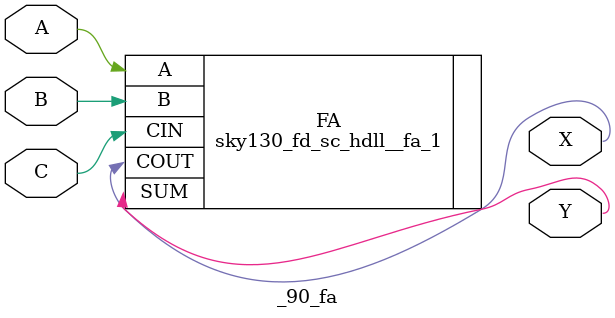
<source format=v>

`define FA_CELL         sky130_fd_sc_hdll__fa_1 

(* techmap_celltype = "$fa" *)
module _90_fa (A, B, C, X, Y);
	parameter WIDTH = 1;

	(* force_downto *)
	input [WIDTH-1:0] A, B, C;
	(* force_downto *)
	output [WIDTH-1:0] X, Y;

	(* force_downto *)
	wire [WIDTH-1:0] t1, t2, t3;

    wire _TECHMAP_FAIL_ = WIDTH > 1;

    `FA_CELL FA ( .COUT(X), .CIN(C), .A(A), .B(B), .SUM(Y) );

endmodule

</source>
